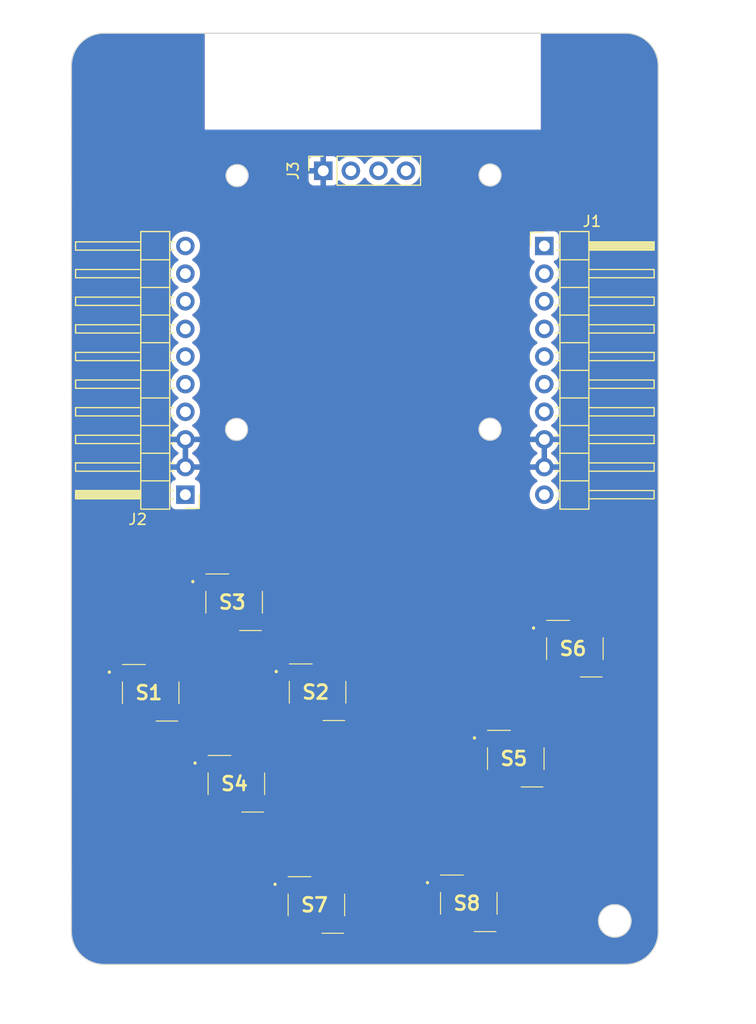
<source format=kicad_pcb>
(kicad_pcb (version 20221018) (generator pcbnew)
  (layers (0 "F.Cu" signal) (31 "B.Cu" signal) (34 "B.Paste" user) (35 "F.Paste" user) (36 "B.SilkS" user "B.Silkscreen") (37 "F.SilkS" user "F.Silkscreen") (38 "B.Mask" user) (39 "F.Mask" user) (44 "Edge.Cuts" user))
  (net 0 "")
  (net 1 "/GPIO0")
  (net 2 "/GPIO1")
  (net 3 "/GPIO2")
  (net 4 "/GPIO3")
  (net 5 "/GPIO10")
  (net 6 "/Tx")
  (net 7 "/Rx")
  (net 8 "GND")
  (net 9 "+3.3V")
  (net 11 "/GPIO9")
  (net 12 "/GPIO8")
  (net 13 "/GPIO7")
  (net 14 "/GPIO6")
  (net 15 "/GPIO5")
  (net 16 "/GPIO4")
  (net 17 "/RGB_OUT")
  (net 18 "/button_U")
  (net 19 "/button_A")
  (net 20 "/SCK")
  (net 21 "/SDA")
  (net 22 "/Button5/NO")
  (net 23 "/Button7/NO")
  (net 24 "/Button8/NO")
  (footprint "Connector_PinSocket_2.54mm:PinSocket_1x04_P2.54mm_Vertical" (layer "F.Cu") (at 98.367582 56.94731 90)
    (fp_text reference "J3" (at 0 -2.77 90) (layer "F.SilkS"))
    (fp_text value "Conn_01x04_Socket")
    (fp_line (start -1.33 1.27) (end -1.33 8.95) (stroke (width 0.12)) (layer "F.SilkS"))
    (fp_line (start -1.33 1.27) (end 1.33 1.27) (stroke (width 0.12)) (layer "F.SilkS"))
    (fp_line (start -1.33 8.95) (end 1.33 8.95) (stroke (width 0.12)) (layer "F.SilkS"))
    (fp_line (start 0 -1.33) (end 1.33 -1.33) (stroke (width 0.12)) (layer "F.SilkS"))
    (fp_line (start 1.33 -1.33) (end 1.33 0) (stroke (width 0.12)) (layer "F.SilkS"))
    (fp_line (start 1.33 1.27) (end 1.33 8.95) (stroke (width 0.12)) (layer "F.SilkS"))
    (pad "1" thru_hole rect (at 0 0 90) (size 1.7 1.7) (drill 1) (layers "*.Cu" "*.Mask") (net 8 "GND"))
    (pad "2" thru_hole oval (at 0 2.54 90) (size 1.7 1.7) (drill 1) (layers "*.Cu" "*.Mask") (net 9 "+3.3V"))
    (pad "3" thru_hole oval (at 0 5.08 90) (size 1.7 1.7) (drill 1) (layers "*.Cu" "*.Mask") (net 20 "/SCK"))
    (pad "4" thru_hole oval (at 0 7.62 90) (size 1.7 1.7) (drill 1) (layers "*.Cu" "*.Mask") (net 21 "/SDA"))
  )
  (footprint "Connector_PinHeader_2.54mm:PinHeader_1x10_P2.54mm_Horizontal" (layer "F.Cu") (at 85.682781 86.72291 180)
    (fp_text reference "J2" (at 4.385 -2.27) (layer "F.SilkS"))
    (fp_text value "Conn_01x10_Pin")
    (fp_line (start -1.27 -1.27) (end 0 -1.27) (stroke (width 0.12)) (layer "F.SilkS"))
    (fp_line (start -1.27 0) (end -1.27 -1.27) (stroke (width 0.12)) (layer "F.SilkS"))
    (fp_line (start 1.042929 2.16) (end 1.44 2.16) (stroke (width 0.12)) (layer "F.SilkS"))
    (fp_line (start 1.042929 2.92) (end 1.44 2.92) (stroke (width 0.12)) (layer "F.SilkS"))
    (fp_line (start 1.042929 4.7) (end 1.44 4.7) (stroke (width 0.12)) (layer "F.SilkS"))
    (fp_line (start 1.042929 5.46) (end 1.44 5.46) (stroke (width 0.12)) (layer "F.SilkS"))
    (fp_line (start 1.042929 7.24) (end 1.44 7.24) (stroke (width 0.12)) (layer "F.SilkS"))
    (fp_line (start 1.042929 8) (end 1.44 8) (stroke (width 0.12)) (layer "F.SilkS"))
    (fp_line (start 1.042929 9.78) (end 1.44 9.78) (stroke (width 0.12)) (layer "F.SilkS"))
    (fp_line (start 1.042929 10.54) (end 1.44 10.54) (stroke (width 0.12)) (layer "F.SilkS"))
    (fp_line (start 1.042929 12.32) (end 1.44 12.32) (stroke (width 0.12)) (layer "F.SilkS"))
    (fp_line (start 1.042929 13.08) (end 1.44 13.08) (stroke (width 0.12)) (layer "F.SilkS"))
    (fp_line (start 1.042929 14.86) (end 1.44 14.86) (stroke (width 0.12)) (layer "F.SilkS"))
    (fp_line (start 1.042929 15.62) (end 1.44 15.62) (stroke (width 0.12)) (layer "F.SilkS"))
    (fp_line (start 1.042929 17.4) (end 1.44 17.4) (stroke (width 0.12)) (layer "F.SilkS"))
    (fp_line (start 1.042929 18.16) (end 1.44 18.16) (stroke (width 0.12)) (layer "F.SilkS"))
    (fp_line (start 1.042929 19.94) (end 1.44 19.94) (stroke (width 0.12)) (layer "F.SilkS"))
    (fp_line (start 1.042929 20.7) (end 1.44 20.7) (stroke (width 0.12)) (layer "F.SilkS"))
    (fp_line (start 1.042929 22.48) (end 1.44 22.48) (stroke (width 0.12)) (layer "F.SilkS"))
    (fp_line (start 1.042929 23.24) (end 1.44 23.24) (stroke (width 0.12)) (layer "F.SilkS"))
    (fp_line (start 1.11 -0.38) (end 1.44 -0.38) (stroke (width 0.12)) (layer "F.SilkS"))
    (fp_line (start 1.11 0.38) (end 1.44 0.38) (stroke (width 0.12)) (layer "F.SilkS"))
    (fp_line (start 1.44 -1.33) (end 1.44 24.19) (stroke (width 0.12)) (layer "F.SilkS"))
    (fp_line (start 1.44 1.27) (end 4.1 1.27) (stroke (width 0.12)) (layer "F.SilkS"))
    (fp_line (start 1.44 3.81) (end 4.1 3.81) (stroke (width 0.12)) (layer "F.SilkS"))
    (fp_line (start 1.44 6.35) (end 4.1 6.35) (stroke (width 0.12)) (layer "F.SilkS"))
    (fp_line (start 1.44 8.89) (end 4.1 8.89) (stroke (width 0.12)) (layer "F.SilkS"))
    (fp_line (start 1.44 11.43) (end 4.1 11.43) (stroke (width 0.12)) (layer "F.SilkS"))
    (fp_line (start 1.44 13.97) (end 4.1 13.97) (stroke (width 0.12)) (layer "F.SilkS"))
    (fp_line (start 1.44 16.51) (end 4.1 16.51) (stroke (width 0.12)) (layer "F.SilkS"))
    (fp_line (start 1.44 19.05) (end 4.1 19.05) (stroke (width 0.12)) (layer "F.SilkS"))
    (fp_line (start 1.44 21.59) (end 4.1 21.59) (stroke (width 0.12)) (layer "F.SilkS"))
    (fp_line (start 1.44 24.19) (end 4.1 24.19) (stroke (width 0.12)) (layer "F.SilkS"))
    (fp_line (start 4.1 -1.33) (end 1.44 -1.33) (stroke (width 0.12)) (layer "F.SilkS"))
    (fp_line (start 4.1 -0.38) (end 10.1 -0.38) (stroke (width 0.12)) (layer "F.SilkS"))
    (fp_line (start 4.1 -0.32) (end 10.1 -0.32) (stroke (width 0.12)) (layer "F.SilkS"))
    (fp_line (start 4.1 -0.2) (end 10.1 -0.2) (stroke (width 0.12)) (layer "F.SilkS"))
    (fp_line (start 4.1 -0.08) (end 10.1 -0.08) (stroke (width 0.12)) (layer "F.SilkS"))
    (fp_line (start 4.1 0.04) (end 10.1 0.04) (stroke (width 0.12)) (layer "F.SilkS"))
    (fp_line (start 4.1 0.16) (end 10.1 0.16) (stroke (width 0.12)) (layer "F.SilkS"))
    (fp_line (start 4.1 0.28) (end 10.1 0.28) (stroke (width 0.12)) (layer "F.SilkS"))
    (fp_line (start 4.1 2.16) (end 10.1 2.16) (stroke (width 0.12)) (layer "F.SilkS"))
    (fp_line (start 4.1 4.7) (end 10.1 4.7) (stroke (width 0.12)) (layer "F.SilkS"))
    (fp_line (start 4.1 7.24) (end 10.1 7.24) (stroke (width 0.12)) (layer "F.SilkS"))
    (fp_line (start 4.1 9.78) (end 10.1 9.78) (stroke (width 0.12)) (layer "F.SilkS"))
    (fp_line (start 4.1 12.32) (end 10.1 12.32) (stroke (width 0.12)) (layer "F.SilkS"))
    (fp_line (start 4.1 14.86) (end 10.1 14.86) (stroke (width 0.12)) (layer "F.SilkS"))
    (fp_line (start 4.1 17.4) (end 10.1 17.4) (stroke (width 0.12)) (layer "F.SilkS"))
    (fp_line (start 4.1 19.94) (end 10.1 19.94) (stroke (width 0.12)) (layer "F.SilkS"))
    (fp_line (start 4.1 22.48) (end 10.1 22.48) (stroke (width 0.12)) (layer "F.SilkS"))
    (fp_line (start 4.1 24.19) (end 4.1 -1.33) (stroke (width 0.12)) (layer "F.SilkS"))
    (fp_line (start 10.1 -0.38) (end 10.1 0.38) (stroke (width 0.12)) (layer "F.SilkS"))
    (fp_line (start 10.1 0.38) (end 4.1 0.38) (stroke (width 0.12)) (layer "F.SilkS"))
    (fp_line (start 10.1 2.16) (end 10.1 2.92) (stroke (width 0.12)) (layer "F.SilkS"))
    (fp_line (start 10.1 2.92) (end 4.1 2.92) (stroke (width 0.12)) (layer "F.SilkS"))
    (fp_line (start 10.1 4.7) (end 10.1 5.46) (stroke (width 0.12)) (layer "F.SilkS"))
    (fp_line (start 10.1 5.46) (end 4.1 5.46) (stroke (width 0.12)) (layer "F.SilkS"))
    (fp_line (start 10.1 7.24) (end 10.1 8) (stroke (width 0.12)) (layer "F.SilkS"))
    (fp_line (start 10.1 8) (end 4.1 8) (stroke (width 0.12)) (layer "F.SilkS"))
    (fp_line (start 10.1 9.78) (end 10.1 10.54) (stroke (width 0.12)) (layer "F.SilkS"))
    (fp_line (start 10.1 10.54) (end 4.1 10.54) (stroke (width 0.12)) (layer "F.SilkS"))
    (fp_line (start 10.1 12.32) (end 10.1 13.08) (stroke (width 0.12)) (layer "F.SilkS"))
    (fp_line (start 10.1 13.08) (end 4.1 13.08) (stroke (width 0.12)) (layer "F.SilkS"))
    (fp_line (start 10.1 14.86) (end 10.1 15.62) (stroke (width 0.12)) (layer "F.SilkS"))
    (fp_line (start 10.1 15.62) (end 4.1 15.62) (stroke (width 0.12)) (layer "F.SilkS"))
    (fp_line (start 10.1 17.4) (end 10.1 18.16) (stroke (width 0.12)) (layer "F.SilkS"))
    (fp_line (start 10.1 18.16) (end 4.1 18.16) (stroke (width 0.12)) (layer "F.SilkS"))
    (fp_line (start 10.1 19.94) (end 10.1 20.7) (stroke (width 0.12)) (layer "F.SilkS"))
    (fp_line (start 10.1 20.7) (end 4.1 20.7) (stroke (width 0.12)) (layer "F.SilkS"))
    (fp_line (start 10.1 22.48) (end 10.1 23.24) (stroke (width 0.12)) (layer "F.SilkS"))
    (fp_line (start 10.1 23.24) (end 4.1 23.24) (stroke (width 0.12)) (layer "F.SilkS"))
    (pad "1" thru_hole rect locked (at 0 0 180) (size 1.7 1.7) (drill 1) (layers "*.Cu" "*.Mask"))
    (pad "2" thru_hole oval locked (at 0 2.54 180) (size 1.7 1.7) (drill 1) (layers "*.Cu" "*.Mask") (net 8 "GND"))
    (pad "3" thru_hole oval locked (at 0 5.08 180) (size 1.7 1.7) (drill 1) (layers "*.Cu" "*.Mask") (net 8 "GND"))
    (pad "4" thru_hole oval locked (at 0 7.62 180) (size 1.7 1.7) (drill 1) (layers "*.Cu" "*.Mask") (net 11 "/GPIO9"))
    (pad "5" thru_hole oval locked (at 0 10.16 180) (size 1.7 1.7) (drill 1) (layers "*.Cu" "*.Mask") (net 12 "/GPIO8"))
    (pad "6" thru_hole oval locked (at 0 12.7 180) (size 1.7 1.7) (drill 1) (layers "*.Cu" "*.Mask") (net 13 "/GPIO7"))
    (pad "7" thru_hole oval locked (at 0 15.24 180) (size 1.7 1.7) (drill 1) (layers "*.Cu" "*.Mask") (net 14 "/GPIO6"))
    (pad "8" thru_hole oval locked (at 0 17.78 180) (size 1.7 1.7) (drill 1) (layers "*.Cu" "*.Mask") (net 15 "/GPIO5"))
    (pad "9" thru_hole oval locked (at 0 20.32 180) (size 1.7 1.7) (drill 1) (layers "*.Cu" "*.Mask") (net 16 "/GPIO4"))
    (pad "10" thru_hole oval locked (at 0 22.86 180) (size 1.7 1.7) (drill 1) (layers "*.Cu" "*.Mask") (net 17 "/RGB_OUT"))
  )
  (footprint "Local footprints:PTS526SMG15JSMTR2LFS" (layer "F.Cu") (at 121.5136 100.878)
    (fp_text reference "S6" (at -0.175 0) (layer "F.SilkS") (effects (font (size 1.27 1.27) (thickness 0.254))))
    (fp_text value "PTS526_SMG15J_SMTR2_LFS" hide)
    (fp_line (start -3.8 -1.95) (end -3.8 -1.95) (stroke (width 0.2)) (layer "F.SilkS"))
    (fp_line (start -3.8 -1.85) (end -3.8 -1.85) (stroke (width 0.2)) (layer "F.SilkS"))
    (fp_line (start -2.6 -1) (end -2.6 1) (stroke (width 0.1)) (layer "F.SilkS"))
    (fp_line (start -0.5 -2.6) (end -2.6 -2.6) (stroke (width 0.1)) (layer "F.SilkS"))
    (fp_line (start 0.5 2.6) (end 2.5 2.6) (stroke (width 0.1)) (layer "F.SilkS"))
    (fp_line (start 2.6 -1) (end 2.6 1) (stroke (width 0.1)) (layer "F.SilkS"))
    (fp_arc (start -3.8 -1.95) (mid -3.75 -1.9) (end -3.8 -1.85) (stroke (width 0.2)) (layer "F.SilkS"))
    (fp_arc (start -3.8 -1.85) (mid -3.85 -1.9) (end -3.8 -1.95) (stroke (width 0.2)) (layer "F.SilkS"))
    (pad "1" smd rect (at -2.85 -1.85 90) (size 0.7 1.3) (layers "F.Cu" "F.Paste" "F.Mask") (net 8 "GND"))
    (pad "2" smd rect (at 2.85 -1.85 90) (size 0.7 1.3) (layers "F.Cu" "F.Paste" "F.Mask") (net 8 "GND"))
    (pad "3" smd rect (at -2.85 1.85 90) (size 0.7 1.3) (layers "F.Cu" "F.Paste" "F.Mask") (net 19 "/button_A"))
    (pad "4" smd rect (at 2.85 1.85 90) (size 0.7 1.3) (layers "F.Cu" "F.Paste" "F.Mask") (net 19 "/button_A"))
    (pad "5" smd rect (at 0 -2.5 90) (size 0.4 0.7) (layers "F.Cu" "F.Paste" "F.Mask") (net 8 "GND"))
    (pad "6" smd rect (at 0 2.5 90) (size 0.4 0.7) (layers "F.Cu" "F.Paste" "F.Mask") (net 8 "GND"))
  )
  (footprint "Local footprints:PTS526SMG15JSMTR2LFS" (layer "F.Cu") (at 82.494 104.9316)
    (fp_text reference "S1" (at -0.175 0) (layer "F.SilkS") (effects (font (size 1.27 1.27) (thickness 0.254))))
    (fp_text value "PTS526_SMG15J_SMTR2_LFS" hide)
    (fp_line (start -3.8 -1.95) (end -3.8 -1.95) (stroke (width 0.2)) (layer "F.SilkS"))
    (fp_line (start -3.8 -1.85) (end -3.8 -1.85) (stroke (width 0.2)) (layer "F.SilkS"))
    (fp_line (start -2.6 -1) (end -2.6 1) (stroke (width 0.1)) (layer "F.SilkS"))
    (fp_line (start -0.5 -2.6) (end -2.6 -2.6) (stroke (width 0.1)) (layer "F.SilkS"))
    (fp_line (start 0.5 2.6) (end 2.5 2.6) (stroke (width 0.1)) (layer "F.SilkS"))
    (fp_line (start 2.6 -1) (end 2.6 1) (stroke (width 0.1)) (layer "F.SilkS"))
    (fp_arc (start -3.8 -1.95) (mid -3.75 -1.9) (end -3.8 -1.85) (stroke (width 0.2)) (layer "F.SilkS"))
    (fp_arc (start -3.8 -1.85) (mid -3.85 -1.9) (end -3.8 -1.95) (stroke (width 0.2)) (layer "F.SilkS"))
    (pad "1" smd rect (at -2.85 -1.85 90) (size 0.7 1.3) (layers "F.Cu" "F.Paste" "F.Mask") (net 8 "GND"))
    (pad "2" smd rect (at 2.85 -1.85 90) (size 0.7 1.3) (layers "F.Cu" "F.Paste" "F.Mask") (net 8 "GND"))
    (pad "3" smd rect (at -2.85 1.85 90) (size 0.7 1.3) (layers "F.Cu" "F.Paste" "F.Mask") (net 16 "/GPIO4"))
    (pad "4" smd rect (at 2.85 1.85 90) (size 0.7 1.3) (layers "F.Cu" "F.Paste" "F.Mask") (net 16 "/GPIO4"))
    (pad "5" smd rect (at 0 -2.5 90) (size 0.4 0.7) (layers "F.Cu" "F.Paste" "F.Mask") (net 8 "GND"))
    (pad "6" smd rect (at 0 2.5 90) (size 0.4 0.7) (layers "F.Cu" "F.Paste" "F.Mask") (net 8 "GND"))
  )
  (footprint "Local footprints:PTS526SMG15JSMTR2LFS" (layer "F.Cu") (at 116.078 110.9872)
    (fp_text reference "S5" (at -0.175 0) (layer "F.SilkS") (effects (font (size 1.27 1.27) (thickness 0.254))))
    (fp_text value "PTS526_SMG15J_SMTR2_LFS" hide)
    (fp_line (start -3.8 -1.95) (end -3.8 -1.95) (stroke (width 0.2)) (layer "F.SilkS"))
    (fp_line (start -3.8 -1.85) (end -3.8 -1.85) (stroke (width 0.2)) (layer "F.SilkS"))
    (fp_line (start -2.6 -1) (end -2.6 1) (stroke (width 0.1)) (layer "F.SilkS"))
    (fp_line (start -0.5 -2.6) (end -2.6 -2.6) (stroke (width 0.1)) (layer "F.SilkS"))
    (fp_line (start 0.5 2.6) (end 2.5 2.6) (stroke (width 0.1)) (layer "F.SilkS"))
    (fp_line (start 2.6 -1) (end 2.6 1) (stroke (width 0.1)) (layer "F.SilkS"))
    (fp_arc (start -3.8 -1.95) (mid -3.75 -1.9) (end -3.8 -1.85) (stroke (width 0.2)) (layer "F.SilkS"))
    (fp_arc (start -3.8 -1.85) (mid -3.85 -1.9) (end -3.8 -1.95) (stroke (width 0.2)) (layer "F.SilkS"))
    (pad "1" smd rect (at -2.85 -1.85 90) (size 0.7 1.3) (layers "F.Cu" "F.Paste" "F.Mask") (net 8 "GND"))
    (pad "2" smd rect (at 2.85 -1.85 90) (size 0.7 1.3) (layers "F.Cu" "F.Paste" "F.Mask") (net 8 "GND"))
    (pad "3" smd rect (at -2.85 1.85 90) (size 0.7 1.3) (layers "F.Cu" "F.Paste" "F.Mask") (net 22 "/Button5/NO"))
    (pad "4" smd rect (at 2.85 1.85 90) (size 0.7 1.3) (layers "F.Cu" "F.Paste" "F.Mask") (net 22 "/Button5/NO"))
    (pad "5" smd rect (at 0 -2.5 90) (size 0.4 0.7) (layers "F.Cu" "F.Paste" "F.Mask") (net 8 "GND"))
    (pad "6" smd rect (at 0 2.5 90) (size 0.4 0.7) (layers "F.Cu" "F.Paste" "F.Mask") (net 8 "GND"))
  )
  (footprint "Local footprints:PTS526SMG15JSMTR2LFS" (layer "F.Cu") (at 97.734 124.4388)
    (fp_text reference "S7" (at -0.175 0) (layer "F.SilkS") (effects (font (size 1.27 1.27) (thickness 0.254))))
    (fp_text value "PTS526_SMG15J_SMTR2_LFS" hide)
    (fp_line (start -3.8 -1.95) (end -3.8 -1.95) (stroke (width 0.2)) (layer "F.SilkS"))
    (fp_line (start -3.8 -1.85) (end -3.8 -1.85) (stroke (width 0.2)) (layer "F.SilkS"))
    (fp_line (start -2.6 -1) (end -2.6 1) (stroke (width 0.1)) (layer "F.SilkS"))
    (fp_line (start -0.5 -2.6) (end -2.6 -2.6) (stroke (width 0.1)) (layer "F.SilkS"))
    (fp_line (start 0.5 2.6) (end 2.5 2.6) (stroke (width 0.1)) (layer "F.SilkS"))
    (fp_line (start 2.6 -1) (end 2.6 1) (stroke (width 0.1)) (layer "F.SilkS"))
    (fp_arc (start -3.8 -1.95) (mid -3.75 -1.9) (end -3.8 -1.85) (stroke (width 0.2)) (layer "F.SilkS"))
    (fp_arc (start -3.8 -1.85) (mid -3.85 -1.9) (end -3.8 -1.95) (stroke (width 0.2)) (layer "F.SilkS"))
    (pad "1" smd rect (at -2.85 -1.85 90) (size 0.7 1.3) (layers "F.Cu" "F.Paste" "F.Mask") (net 8 "GND"))
    (pad "2" smd rect (at 2.85 -1.85 90) (size 0.7 1.3) (layers "F.Cu" "F.Paste" "F.Mask") (net 8 "GND"))
    (pad "3" smd rect (at -2.85 1.85 90) (size 0.7 1.3) (layers "F.Cu" "F.Paste" "F.Mask") (net 23 "/Button7/NO"))
    (pad "4" smd rect (at 2.85 1.85 90) (size 0.7 1.3) (layers "F.Cu" "F.Paste" "F.Mask") (net 23 "/Button7/NO"))
    (pad "5" smd rect (at 0 -2.5 90) (size 0.4 0.7) (layers "F.Cu" "F.Paste" "F.Mask") (net 8 "GND"))
    (pad "6" smd rect (at 0 2.5 90) (size 0.4 0.7) (layers "F.Cu" "F.Paste" "F.Mask") (net 8 "GND"))
  )
  (footprint "Connector_PinHeader_2.54mm:PinHeader_1x10_P2.54mm_Horizontal" (layer "F.Cu") (at 118.702782 63.862911)
    (fp_text reference "J1" (at 4.385 -2.27) (layer "F.SilkS"))
    (fp_text value "Conn_01x10_Pin")
    (fp_line (start -1.27 -1.27) (end 0 -1.27) (stroke (width 0.12)) (layer "F.SilkS"))
    (fp_line (start -1.27 0) (end -1.27 -1.27) (stroke (width 0.12)) (layer "F.SilkS"))
    (fp_line (start 1.042929 2.16) (end 1.44 2.16) (stroke (width 0.12)) (layer "F.SilkS"))
    (fp_line (start 1.042929 2.92) (end 1.44 2.92) (stroke (width 0.12)) (layer "F.SilkS"))
    (fp_line (start 1.042929 4.7) (end 1.44 4.7) (stroke (width 0.12)) (layer "F.SilkS"))
    (fp_line (start 1.042929 5.46) (end 1.44 5.46) (stroke (width 0.12)) (layer "F.SilkS"))
    (fp_line (start 1.042929 7.24) (end 1.44 7.24) (stroke (width 0.12)) (layer "F.SilkS"))
    (fp_line (start 1.042929 8) (end 1.44 8) (stroke (width 0.12)) (layer "F.SilkS"))
    (fp_line (start 1.042929 9.78) (end 1.44 9.78) (stroke (width 0.12)) (layer "F.SilkS"))
    (fp_line (start 1.042929 10.54) (end 1.44 10.54) (stroke (width 0.12)) (layer "F.SilkS"))
    (fp_line (start 1.042929 12.32) (end 1.44 12.32) (stroke (width 0.12)) (layer "F.SilkS"))
    (fp_line (start 1.042929 13.08) (end 1.44 13.08) (stroke (width 0.12)) (layer "F.SilkS"))
    (fp_line (start 1.042929 14.86) (end 1.44 14.86) (stroke (width 0.12)) (layer "F.SilkS"))
    (fp_line (start 1.042929 15.62) (end 1.44 15.62) (stroke (width 0.12)) (layer "F.SilkS"))
    (fp_line (start 1.042929 17.4) (end 1.44 17.4) (stroke (width 0.12)) (layer "F.SilkS"))
    (fp_line (start 1.042929 18.16) (end 1.44 18.16) (stroke (width 0.12)) (layer "F.SilkS"))
    (fp_line (start 1.042929 19.94) (end 1.44 19.94) (stroke (width 0.12)) (layer "F.SilkS"))
    (fp_line (start 1.042929 20.7) (end 1.44 20.7) (stroke (width 0.12)) (layer "F.SilkS"))
    (fp_line (start 1.042929 22.48) (end 1.44 22.48) (stroke (width 0.12)) (layer "F.SilkS"))
    (fp_line (start 1.042929 23.24) (end 1.44 23.24) (stroke (width 0.12)) (layer "F.SilkS"))
    (fp_line (start 1.11 -0.38) (end 1.44 -0.38) (stroke (width 0.12)) (layer "F.SilkS"))
    (fp_line (start 1.11 0.38) (end 1.44 0.38) (stroke (width 0.12)) (layer "F.SilkS"))
    (fp_line (start 1.44 -1.33) (end 1.44 24.19) (stroke (width 0.12)) (layer "F.SilkS"))
    (fp_line (start 1.44 1.27) (end 4.1 1.27) (stroke (width 0.12)) (layer "F.SilkS"))
    (fp_line (start 1.44 3.81) (end 4.1 3.81) (stroke (width 0.12)) (layer "F.SilkS"))
    (fp_line (start 1.44 6.35) (end 4.1 6.35) (stroke (width 0.12)) (layer "F.SilkS"))
    (fp_line (start 1.44 8.89) (end 4.1 8.89) (stroke (width 0.12)) (layer "F.SilkS"))
    (fp_line (start 1.44 11.43) (end 4.1 11.43) (stroke (width 0.12)) (layer "F.SilkS"))
    (fp_line (start 1.44 13.97) (end 4.1 13.97) (stroke (width 0.12)) (layer "F.SilkS"))
    (fp_line (start 1.44 16.51) (end 4.1 16.51) (stroke (width 0.12)) (layer "F.SilkS"))
    (fp_line (start 1.44 19.05) (end 4.1 19.05) (stroke (width 0.12)) (layer "F.SilkS"))
    (fp_line (start 1.44 21.59) (end 4.1 21.59) (stroke (width 0.12)) (layer "F.SilkS"))
    (fp_line (start 1.44 24.19) (end 4.1 24.19) (stroke (width 0.12)) (layer "F.SilkS"))
    (fp_line (start 4.1 -1.33) (end 1.44 -1.33) (stroke (width 0.12)) (layer "F.SilkS"))
    (fp_line (start 4.1 -0.38) (end 10.1 -0.38) (stroke (width 0.12)) (layer "F.SilkS"))
    (fp_line (start 4.1 -0.32) (end 10.1 -0.32) (stroke (width 0.12)) (layer "F.SilkS"))
    (fp_line (start 4.1 -0.2) (end 10.1 -0.2) (stroke (width 0.12)) (layer "F.SilkS"))
    (fp_line (start 4.1 -0.08) (end 10.1 -0.08) (stroke (width 0.12)) (layer "F.SilkS"))
    (fp_line (start 4.1 0.04) (end 10.1 0.04) (stroke (width 0.12)) (layer "F.SilkS"))
    (fp_line (start 4.1 0.16) (end 10.1 0.16) (stroke (width 0.12)) (layer "F.SilkS"))
    (fp_line (start 4.1 0.28) (end 10.1 0.28) (stroke (width 0.12)) (layer "F.SilkS"))
    (fp_line (start 4.1 2.16) (end 10.1 2.16) (stroke (width 0.12)) (layer "F.SilkS"))
    (fp_line (start 4.1 4.7) (end 10.1 4.7) (stroke (width 0.12)) (layer "F.SilkS"))
    (fp_line (start 4.1 7.24) (end 10.1 7.24) (stroke (width 0.12)) (layer "F.SilkS"))
    (fp_line (start 4.1 9.78) (end 10.1 9.78) (stroke (width 0.12)) (layer "F.SilkS"))
    (fp_line (start 4.1 12.32) (end 10.1 12.32) (stroke (width 0.12)) (layer "F.SilkS"))
    (fp_line (start 4.1 14.86) (end 10.1 14.86) (stroke (width 0.12)) (layer "F.SilkS"))
    (fp_line (start 4.1 17.4) (end 10.1 17.4) (stroke (width 0.12)) (layer "F.SilkS"))
    (fp_line (start 4.1 19.94) (end 10.1 19.94) (stroke (width 0.12)) (layer "F.SilkS"))
    (fp_line (start 4.1 22.48) (end 10.1 22.48) (stroke (width 0.12)) (layer "F.SilkS"))
    (fp_line (start 4.1 24.19) (end 4.1 -1.33) (stroke (width 0.12)) (layer "F.SilkS"))
    (fp_line (start 10.1 -0.38) (end 10.1 0.38) (stroke (width 0.12)) (layer "F.SilkS"))
    (fp_line (start 10.1 0.38) (end 4.1 0.38) (stroke (width 0.12)) (layer "F.SilkS"))
    (fp_line (start 10.1 2.16) (end 10.1 2.92) (stroke (width 0.12)) (layer "F.SilkS"))
    (fp_line (start 10.1 2.92) (end 4.1 2.92) (stroke (width 0.12)) (layer "F.SilkS"))
    (fp_line (start 10.1 4.7) (end 10.1 5.46) (stroke (width 0.12)) (layer "F.SilkS"))
    (fp_line (start 10.1 5.46) (end 4.1 5.46) (stroke (width 0.12)) (layer "F.SilkS"))
    (fp_line (start 10.1 7.24) (end 10.1 8) (stroke (width 0.12)) (layer "F.SilkS"))
    (fp_line (start 10.1 8) (end 4.1 8) (stroke (width 0.12)) (layer "F.SilkS"))
    (fp_line (start 10.1 9.78) (end 10.1 10.54) (stroke (width 0.12)) (layer "F.SilkS"))
    (fp_line (start 10.1 10.54) (end 4.1 10.54) (stroke (width 0.12)) (layer "F.SilkS"))
    (fp_line (start 10.1 12.32) (end 10.1 13.08) (stroke (width 0.12)) (layer "F.SilkS"))
    (fp_line (start 10.1 13.08) (end 4.1 13.08) (stroke (width 0.12)) (layer "F.SilkS"))
    (fp_line (start 10.1 14.86) (end 10.1 15.62) (stroke (width 0.12)) (layer "F.SilkS"))
    (fp_line (start 10.1 15.62) (end 4.1 15.62) (stroke (width 0.12)) (layer "F.SilkS"))
    (fp_line (start 10.1 17.4) (end 10.1 18.16) (stroke (width 0.12)) (layer "F.SilkS"))
    (fp_line (start 10.1 18.16) (end 4.1 18.16) (stroke (width 0.12)) (layer "F.SilkS"))
    (fp_line (start 10.1 19.94) (end 10.1 20.7) (stroke (width 0.12)) (layer "F.SilkS"))
    (fp_line (start 10.1 20.7) (end 4.1 20.7) (stroke (width 0.12)) (layer "F.SilkS"))
    (fp_line (start 10.1 22.48) (end 10.1 23.24) (stroke (width 0.12)) (layer "F.SilkS"))
    (fp_line (start 10.1 23.24) (end 4.1 23.24) (stroke (width 0.12)) (layer "F.SilkS"))
    (pad "1" thru_hole rect locked (at 0 0) (size 1.7 1.7) (drill 1) (layers "*.Cu" "*.Mask") (net 1 "/GPIO0"))
    (pad "2" thru_hole oval locked (at 0 2.54) (size 1.7 1.7) (drill 1) (layers "*.Cu" "*.Mask") (net 2 "/GPIO1"))
    (pad "3" thru_hole oval locked (at 0 5.08) (size 1.7 1.7) (drill 1) (layers "*.Cu" "*.Mask") (net 3 "/GPIO2"))
    (pad "4" thru_hole oval locked (at 0 7.62) (size 1.7 1.7) (drill 1) (layers "*.Cu" "*.Mask") (net 4 "/GPIO3"))
    (pad "5" thru_hole oval locked (at 0 10.16) (size 1.7 1.7) (drill 1) (layers "*.Cu" "*.Mask") (net 5 "/GPIO10"))
    (pad "6" thru_hole oval locked (at 0 12.7) (size 1.7 1.7) (drill 1) (layers "*.Cu" "*.Mask") (net 6 "/Tx"))
    (pad "7" thru_hole oval locked (at 0 15.24) (size 1.7 1.7) (drill 1) (layers "*.Cu" "*.Mask") (net 7 "/Rx"))
    (pad "8" thru_hole oval locked (at 0 17.78) (size 1.7 1.7) (drill 1) (layers "*.Cu" "*.Mask") (net 8 "GND"))
    (pad "9" thru_hole oval locked (at 0 20.32) (size 1.7 1.7) (drill 1) (layers "*.Cu" "*.Mask") (net 8 "GND"))
    (pad "10" thru_hole oval locked (at 0 22.86) (size 1.7 1.7) (drill 1) (layers "*.Cu" "*.Mask") (net 9 "+3.3V"))
  )
  (footprint "Local footprints:PTS526SMG15JSMTR2LFS" (layer "F.Cu") (at 90.3732 113.2948)
    (fp_text reference "S4" (at -0.175 0) (layer "F.SilkS") (effects (font (size 1.27 1.27) (thickness 0.254))))
    (fp_text value "PTS526_SMG15J_SMTR2_LFS" hide)
    (fp_line (start -3.8 -1.95) (end -3.8 -1.95) (stroke (width 0.2)) (layer "F.SilkS"))
    (fp_line (start -3.8 -1.85) (end -3.8 -1.85) (stroke (width 0.2)) (layer "F.SilkS"))
    (fp_line (start -2.6 -1) (end -2.6 1) (stroke (width 0.1)) (layer "F.SilkS"))
    (fp_line (start -0.5 -2.6) (end -2.6 -2.6) (stroke (width 0.1)) (layer "F.SilkS"))
    (fp_line (start 0.5 2.6) (end 2.5 2.6) (stroke (width 0.1)) (layer "F.SilkS"))
    (fp_line (start 2.6 -1) (end 2.6 1) (stroke (width 0.1)) (layer "F.SilkS"))
    (fp_arc (start -3.8 -1.95) (mid -3.75 -1.9) (end -3.8 -1.85) (stroke (width 0.2)) (layer "F.SilkS"))
    (fp_arc (start -3.8 -1.85) (mid -3.85 -1.9) (end -3.8 -1.95) (stroke (width 0.2)) (layer "F.SilkS"))
    (pad "1" smd rect (at -2.85 -1.85 90) (size 0.7 1.3) (layers "F.Cu" "F.Paste" "F.Mask") (net 8 "GND"))
    (pad "2" smd rect (at 2.85 -1.85 90) (size 0.7 1.3) (layers "F.Cu" "F.Paste" "F.Mask") (net 8 "GND"))
    (pad "3" smd rect (at -2.85 1.85 90) (size 0.7 1.3) (layers "F.Cu" "F.Paste" "F.Mask") (net 15 "/GPIO5"))
    (pad "4" smd rect (at 2.85 1.85 90) (size 0.7 1.3) (layers "F.Cu" "F.Paste" "F.Mask") (net 15 "/GPIO5"))
    (pad "5" smd rect (at 0 -2.5 90) (size 0.4 0.7) (layers "F.Cu" "F.Paste" "F.Mask") (net 8 "GND"))
    (pad "6" smd rect (at 0 2.5 90) (size 0.4 0.7) (layers "F.Cu" "F.Paste" "F.Mask") (net 8 "GND"))
  )
  (footprint "Local footprints:PTS526SMG15JSMTR2LFS" (layer "F.Cu") (at 97.846 104.8808)
    (fp_text reference "S2" (at -0.175 0) (layer "F.SilkS") (effects (font (size 1.27 1.27) (thickness 0.254))))
    (fp_text value "PTS526_SMG15J_SMTR2_LFS" hide)
    (fp_line (start -3.8 -1.95) (end -3.8 -1.95) (stroke (width 0.2)) (layer "F.SilkS"))
    (fp_line (start -3.8 -1.85) (end -3.8 -1.85) (stroke (width 0.2)) (layer "F.SilkS"))
    (fp_line (start -2.6 -1) (end -2.6 1) (stroke (width 0.1)) (layer "F.SilkS"))
    (fp_line (start -0.5 -2.6) (end -2.6 -2.6) (stroke (width 0.1)) (layer "F.SilkS"))
    (fp_line (start 0.5 2.6) (end 2.5 2.6) (stroke (width 0.1)) (layer "F.SilkS"))
    (fp_line (start 2.6 -1) (end 2.6 1) (stroke (width 0.1)) (layer "F.SilkS"))
    (fp_arc (start -3.8 -1.95) (mid -3.75 -1.9) (end -3.8 -1.85) (stroke (width 0.2)) (layer "F.SilkS"))
    (fp_arc (start -3.8 -1.85) (mid -3.85 -1.9) (end -3.8 -1.95) (stroke (width 0.2)) (layer "F.SilkS"))
    (pad "1" smd rect (at -2.85 -1.85 90) (size 0.7 1.3) (layers "F.Cu" "F.Paste" "F.Mask") (net 8 "GND"))
    (pad "2" smd rect (at 2.85 -1.85 90) (size 0.7 1.3) (layers "F.Cu" "F.Paste" "F.Mask") (net 8 "GND"))
    (pad "3" smd rect (at -2.85 1.85 90) (size 0.7 1.3) (layers "F.Cu" "F.Paste" "F.Mask") (net 14 "/GPIO6"))
    (pad "4" smd rect (at 2.85 1.85 90) (size 0.7 1.3) (layers "F.Cu" "F.Paste" "F.Mask") (net 14 "/GPIO6"))
    (pad "5" smd rect (at 0 -2.5 90) (size 0.4 0.7) (layers "F.Cu" "F.Paste" "F.Mask") (net 8 "GND"))
    (pad "6" smd rect (at 0 2.5 90) (size 0.4 0.7) (layers "F.Cu" "F.Paste" "F.Mask") (net 8 "GND"))
  )
  (footprint "Local footprints:PTS526SMG15JSMTR2LFS" (layer "F.Cu") (at 90.17 96.6108)
    (fp_text reference "S3" (at -0.175 0) (layer "F.SilkS") (effects (font (size 1.27 1.27) (thickness 0.254))))
    (fp_text value "PTS526_SMG15J_SMTR2_LFS" hide)
    (fp_line (start -3.8 -1.95) (end -3.8 -1.95) (stroke (width 0.2)) (layer "F.SilkS"))
    (fp_line (start -3.8 -1.85) (end -3.8 -1.85) (stroke (width 0.2)) (layer "F.SilkS"))
    (fp_line (start -2.6 -1) (end -2.6 1) (stroke (width 0.1)) (layer "F.SilkS"))
    (fp_line (start -0.5 -2.6) (end -2.6 -2.6) (stroke (width 0.1)) (layer "F.SilkS"))
    (fp_line (start 0.5 2.6) (end 2.5 2.6) (stroke (width 0.1)) (layer "F.SilkS"))
    (fp_line (start 2.6 -1) (end 2.6 1) (stroke (width 0.1)) (layer "F.SilkS"))
    (fp_arc (start -3.8 -1.95) (mid -3.75 -1.9) (end -3.8 -1.85) (stroke (width 0.2)) (layer "F.SilkS"))
    (fp_arc (start -3.8 -1.85) (mid -3.85 -1.9) (end -3.8 -1.95) (stroke (width 0.2)) (layer "F.SilkS"))
    (pad "1" smd rect (at -2.85 -1.85 90) (size 0.7 1.3) (layers "F.Cu" "F.Paste" "F.Mask") (net 8 "GND"))
    (pad "2" smd rect (at 2.85 -1.85 90) (size 0.7 1.3) (layers "F.Cu" "F.Paste" "F.Mask") (net 8 "GND"))
    (pad "3" smd rect (at -2.85 1.85 90) (size 0.7 1.3) (layers "F.Cu" "F.Paste" "F.Mask") (net 18 "/button_U"))
    (pad "4" smd rect (at 2.85 1.85 90) (size 0.7 1.3) (layers "F.Cu" "F.Paste" "F.Mask") (net 18 "/button_U"))
    (pad "5" smd rect (at 0 -2.5 90) (size 0.4 0.7) (layers "F.Cu" "F.Paste" "F.Mask") (net 8 "GND"))
    (pad "6" smd rect (at 0 2.5 90) (size 0.4 0.7) (layers "F.Cu" "F.Paste" "F.Mask") (net 8 "GND"))
  )
  (footprint "Local footprints:PTS526SMG15JSMTR2LFS" (layer "F.Cu") (at 111.7548 124.2864)
    (fp_text reference "S8" (at -0.175 0) (layer "F.SilkS") (effects (font (size 1.27 1.27) (thickness 0.254))))
    (fp_text value "PTS526_SMG15J_SMTR2_LFS" hide)
    (fp_line (start -3.8 -1.95) (end -3.8 -1.95) (stroke (width 0.2)) (layer "F.SilkS"))
    (fp_line (start -3.8 -1.85) (end -3.8 -1.85) (stroke (width 0.2)) (layer "F.SilkS"))
    (fp_line (start -2.6 -1) (end -2.6 1) (stroke (width 0.1)) (layer "F.SilkS"))
    (fp_line (start -0.5 -2.6) (end -2.6 -2.6) (stroke (width 0.1)) (layer "F.SilkS"))
    (fp_line (start 0.5 2.6) (end 2.5 2.6) (stroke (width 0.1)) (layer "F.SilkS"))
    (fp_line (start 2.6 -1) (end 2.6 1) (stroke (width 0.1)) (layer "F.SilkS"))
    (fp_arc (start -3.8 -1.95) (mid -3.75 -1.9) (end -3.8 -1.85) (stroke (width 0.2)) (layer "F.SilkS"))
    (fp_arc (start -3.8 -1.85) (mid -3.85 -1.9) (end -3.8 -1.95) (stroke (width 0.2)) (layer "F.SilkS"))
    (pad "1" smd rect (at -2.85 -1.85 90) (size 0.7 1.3) (layers "F.Cu" "F.Paste" "F.Mask") (net 8 "GND"))
    (pad "2" smd rect (at 2.85 -1.85 90) (size 0.7 1.3) (layers "F.Cu" "F.Paste" "F.Mask") (net 8 "GND"))
    (pad "3" smd rect (at -2.85 1.85 90) (size 0.7 1.3) (layers "F.Cu" "F.Paste" "F.Mask") (net 24 "/Button8/NO"))
    (pad "4" smd rect (at 2.85 1.85 90) (size 0.7 1.3) (layers "F.Cu" "F.Paste" "F.Mask") (net 24 "/Button8/NO"))
    (pad "5" smd rect (at 0 -2.5 90) (size 0.4 0.7) (layers "F.Cu" "F.Paste" "F.Mask") (net 8 "GND"))
    (pad "6" smd rect (at 0 2.5 90) (size 0.4 0.7) (layers "F.Cu" "F.Paste" "F.Mask") (net 8 "GND"))
  )
  (gr_arc locked (start 126.182782 44.30291) (mid 128.304098 45.181594) (end 129.182782 47.30291) (stroke (width 0.1)) (layer "Edge.Cuts"))
  (gr_line locked (start 78.202782 44.302911) (end 126.182782 44.30291) (stroke (width 0.1)) (layer "Edge.Cuts"))
  (gr_arc locked (start 78.202782 129.90291) (mid 76.081458 129.024234) (end 75.202781 126.90291) (stroke (width 0.1)) (layer "Edge.Cuts"))
  (gr_arc locked (start 75.202782 47.30291) (mid 76.081453 45.181581) (end 78.202782 44.302911) (stroke (width 0.1)) (layer "Edge.Cuts"))
  (gr_line locked (start 78.202782 129.90291) (end 124.776542 129.902911) (stroke (width 0.1)) (layer "Edge.Cuts"))
  (gr_circle (center 90.442782 57.38851) (end 91.458782 57.38851) (stroke (width 0.1)) (fill none) (layer "Edge.Cuts"))
  (gr_circle (center 90.391982 80.72171) (end 91.407982 80.72171) (stroke (width 0.1)) (fill none) (layer "Edge.Cuts"))
  (gr_line locked (start 75.192781 100.679848) (end 75.202782 47.30291) (stroke (width 0.1)) (layer "Edge.Cuts"))
  (gr_arc locked (start 129.182781 126.90291) (mid 128.304093 129.024222) (end 126.182781 129.90291) (stroke (width 0.1)) (layer "Edge.Cuts"))
  (gr_circle (center 113.709182 80.70571) (end 114.725182 80.70571) (stroke (width 0.1)) (fill none) (layer "Edge.Cuts"))
  (gr_circle locked (center 125.182781 125.902911) (end 125.182781 124.402911) (stroke (width 0.1)) (fill none) (layer "Edge.Cuts"))
  (gr_line locked (start 124.776542 129.902911) (end 126.182781 129.90291) (stroke (width 0.1)) (layer "Edge.Cuts"))
  (gr_line locked (start 75.202781 126.90291) (end 75.192781 100.679848) (stroke (width 0.1)) (layer "Edge.Cuts"))
  (gr_circle (center 113.709181 57.33771) (end 114.725181 57.33771) (stroke (width 0.1)) (fill none) (layer "Edge.Cuts"))
  (gr_line locked (start 129.182782 47.30291) (end 129.182781 126.90291) (stroke (width 0.1)) (layer "Edge.Cuts"))
  (zone (net 0) (net_name "") (layers "F&B.Cu") (name "Antenna") (connect_pads (clearance 0)) (min_thickness 0.25)
    (keepout (tracks not_allowed) (vias not_allowed) (pads not_allowed) (copperpour not_allowed) (footprints allowed))
    (fill (thermal_gap 0.5) (thermal_bridge_width 0.5))
    (polygon (pts (xy 87.460601 53.1668) (xy 87.460601 44.2468) (xy 118.384999 44.2468) (xy 118.384999 53.1668)))
  )
  (zone (net 8) (net_name "GND") (layers "F&B.Cu") (connect_pads (clearance 0.5)) (min_thickness 0.25) (fill yes (thermal_gap 0.5) (thermal_bridge_width 0.5))
    (polygon (pts (xy 68.6308 41.2496) (xy 138.176 41.2496) (xy 138.1252 135.382) (xy 68.7832 135.382)))
  )
)
</source>
